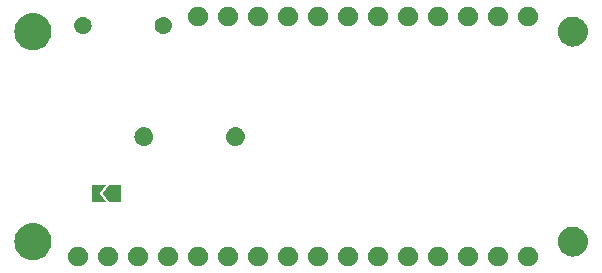
<source format=gbr>
%TF.GenerationSoftware,KiCad,Pcbnew,7.0.8*%
%TF.CreationDate,2023-11-01T10:58:51-04:00*%
%TF.ProjectId,destinationWeatherStation_v5,64657374-696e-4617-9469-6f6e57656174,01*%
%TF.SameCoordinates,Original*%
%TF.FileFunction,Soldermask,Bot*%
%TF.FilePolarity,Negative*%
%FSLAX46Y46*%
G04 Gerber Fmt 4.6, Leading zero omitted, Abs format (unit mm)*
G04 Created by KiCad (PCBNEW 7.0.8) date 2023-11-01 10:58:51*
%MOMM*%
%LPD*%
G01*
G04 APERTURE LIST*
G04 APERTURE END LIST*
G36*
X120912664Y-117301602D02*
G01*
X121075000Y-117373878D01*
X121218761Y-117478327D01*
X121337664Y-117610383D01*
X121426514Y-117764274D01*
X121481425Y-117933275D01*
X121500000Y-118110000D01*
X121481425Y-118286725D01*
X121426514Y-118455726D01*
X121337664Y-118609617D01*
X121218761Y-118741673D01*
X121075000Y-118846122D01*
X120912664Y-118918398D01*
X120738849Y-118955344D01*
X120561151Y-118955344D01*
X120387336Y-118918398D01*
X120225000Y-118846122D01*
X120081239Y-118741673D01*
X119962336Y-118609617D01*
X119873486Y-118455726D01*
X119818575Y-118286725D01*
X119800000Y-118110000D01*
X119818575Y-117933275D01*
X119873486Y-117764274D01*
X119962336Y-117610383D01*
X120081239Y-117478327D01*
X120225000Y-117373878D01*
X120387336Y-117301602D01*
X120561151Y-117264656D01*
X120738849Y-117264656D01*
X120912664Y-117301602D01*
G37*
G36*
X123452664Y-117301602D02*
G01*
X123615000Y-117373878D01*
X123758761Y-117478327D01*
X123877664Y-117610383D01*
X123966514Y-117764274D01*
X124021425Y-117933275D01*
X124040000Y-118110000D01*
X124021425Y-118286725D01*
X123966514Y-118455726D01*
X123877664Y-118609617D01*
X123758761Y-118741673D01*
X123615000Y-118846122D01*
X123452664Y-118918398D01*
X123278849Y-118955344D01*
X123101151Y-118955344D01*
X122927336Y-118918398D01*
X122765000Y-118846122D01*
X122621239Y-118741673D01*
X122502336Y-118609617D01*
X122413486Y-118455726D01*
X122358575Y-118286725D01*
X122340000Y-118110000D01*
X122358575Y-117933275D01*
X122413486Y-117764274D01*
X122502336Y-117610383D01*
X122621239Y-117478327D01*
X122765000Y-117373878D01*
X122927336Y-117301602D01*
X123101151Y-117264656D01*
X123278849Y-117264656D01*
X123452664Y-117301602D01*
G37*
G36*
X125992664Y-117301602D02*
G01*
X126155000Y-117373878D01*
X126298761Y-117478327D01*
X126417664Y-117610383D01*
X126506514Y-117764274D01*
X126561425Y-117933275D01*
X126580000Y-118110000D01*
X126561425Y-118286725D01*
X126506514Y-118455726D01*
X126417664Y-118609617D01*
X126298761Y-118741673D01*
X126155000Y-118846122D01*
X125992664Y-118918398D01*
X125818849Y-118955344D01*
X125641151Y-118955344D01*
X125467336Y-118918398D01*
X125305000Y-118846122D01*
X125161239Y-118741673D01*
X125042336Y-118609617D01*
X124953486Y-118455726D01*
X124898575Y-118286725D01*
X124880000Y-118110000D01*
X124898575Y-117933275D01*
X124953486Y-117764274D01*
X125042336Y-117610383D01*
X125161239Y-117478327D01*
X125305000Y-117373878D01*
X125467336Y-117301602D01*
X125641151Y-117264656D01*
X125818849Y-117264656D01*
X125992664Y-117301602D01*
G37*
G36*
X128532664Y-117301602D02*
G01*
X128695000Y-117373878D01*
X128838761Y-117478327D01*
X128957664Y-117610383D01*
X129046514Y-117764274D01*
X129101425Y-117933275D01*
X129120000Y-118110000D01*
X129101425Y-118286725D01*
X129046514Y-118455726D01*
X128957664Y-118609617D01*
X128838761Y-118741673D01*
X128695000Y-118846122D01*
X128532664Y-118918398D01*
X128358849Y-118955344D01*
X128181151Y-118955344D01*
X128007336Y-118918398D01*
X127845000Y-118846122D01*
X127701239Y-118741673D01*
X127582336Y-118609617D01*
X127493486Y-118455726D01*
X127438575Y-118286725D01*
X127420000Y-118110000D01*
X127438575Y-117933275D01*
X127493486Y-117764274D01*
X127582336Y-117610383D01*
X127701239Y-117478327D01*
X127845000Y-117373878D01*
X128007336Y-117301602D01*
X128181151Y-117264656D01*
X128358849Y-117264656D01*
X128532664Y-117301602D01*
G37*
G36*
X131072664Y-117301602D02*
G01*
X131235000Y-117373878D01*
X131378761Y-117478327D01*
X131497664Y-117610383D01*
X131586514Y-117764274D01*
X131641425Y-117933275D01*
X131660000Y-118110000D01*
X131641425Y-118286725D01*
X131586514Y-118455726D01*
X131497664Y-118609617D01*
X131378761Y-118741673D01*
X131235000Y-118846122D01*
X131072664Y-118918398D01*
X130898849Y-118955344D01*
X130721151Y-118955344D01*
X130547336Y-118918398D01*
X130385000Y-118846122D01*
X130241239Y-118741673D01*
X130122336Y-118609617D01*
X130033486Y-118455726D01*
X129978575Y-118286725D01*
X129960000Y-118110000D01*
X129978575Y-117933275D01*
X130033486Y-117764274D01*
X130122336Y-117610383D01*
X130241239Y-117478327D01*
X130385000Y-117373878D01*
X130547336Y-117301602D01*
X130721151Y-117264656D01*
X130898849Y-117264656D01*
X131072664Y-117301602D01*
G37*
G36*
X133612664Y-117301602D02*
G01*
X133775000Y-117373878D01*
X133918761Y-117478327D01*
X134037664Y-117610383D01*
X134126514Y-117764274D01*
X134181425Y-117933275D01*
X134200000Y-118110000D01*
X134181425Y-118286725D01*
X134126514Y-118455726D01*
X134037664Y-118609617D01*
X133918761Y-118741673D01*
X133775000Y-118846122D01*
X133612664Y-118918398D01*
X133438849Y-118955344D01*
X133261151Y-118955344D01*
X133087336Y-118918398D01*
X132925000Y-118846122D01*
X132781239Y-118741673D01*
X132662336Y-118609617D01*
X132573486Y-118455726D01*
X132518575Y-118286725D01*
X132500000Y-118110000D01*
X132518575Y-117933275D01*
X132573486Y-117764274D01*
X132662336Y-117610383D01*
X132781239Y-117478327D01*
X132925000Y-117373878D01*
X133087336Y-117301602D01*
X133261151Y-117264656D01*
X133438849Y-117264656D01*
X133612664Y-117301602D01*
G37*
G36*
X136152664Y-117301602D02*
G01*
X136315000Y-117373878D01*
X136458761Y-117478327D01*
X136577664Y-117610383D01*
X136666514Y-117764274D01*
X136721425Y-117933275D01*
X136740000Y-118110000D01*
X136721425Y-118286725D01*
X136666514Y-118455726D01*
X136577664Y-118609617D01*
X136458761Y-118741673D01*
X136315000Y-118846122D01*
X136152664Y-118918398D01*
X135978849Y-118955344D01*
X135801151Y-118955344D01*
X135627336Y-118918398D01*
X135465000Y-118846122D01*
X135321239Y-118741673D01*
X135202336Y-118609617D01*
X135113486Y-118455726D01*
X135058575Y-118286725D01*
X135040000Y-118110000D01*
X135058575Y-117933275D01*
X135113486Y-117764274D01*
X135202336Y-117610383D01*
X135321239Y-117478327D01*
X135465000Y-117373878D01*
X135627336Y-117301602D01*
X135801151Y-117264656D01*
X135978849Y-117264656D01*
X136152664Y-117301602D01*
G37*
G36*
X138692664Y-117301602D02*
G01*
X138855000Y-117373878D01*
X138998761Y-117478327D01*
X139117664Y-117610383D01*
X139206514Y-117764274D01*
X139261425Y-117933275D01*
X139280000Y-118110000D01*
X139261425Y-118286725D01*
X139206514Y-118455726D01*
X139117664Y-118609617D01*
X138998761Y-118741673D01*
X138855000Y-118846122D01*
X138692664Y-118918398D01*
X138518849Y-118955344D01*
X138341151Y-118955344D01*
X138167336Y-118918398D01*
X138005000Y-118846122D01*
X137861239Y-118741673D01*
X137742336Y-118609617D01*
X137653486Y-118455726D01*
X137598575Y-118286725D01*
X137580000Y-118110000D01*
X137598575Y-117933275D01*
X137653486Y-117764274D01*
X137742336Y-117610383D01*
X137861239Y-117478327D01*
X138005000Y-117373878D01*
X138167336Y-117301602D01*
X138341151Y-117264656D01*
X138518849Y-117264656D01*
X138692664Y-117301602D01*
G37*
G36*
X141232664Y-117301602D02*
G01*
X141395000Y-117373878D01*
X141538761Y-117478327D01*
X141657664Y-117610383D01*
X141746514Y-117764274D01*
X141801425Y-117933275D01*
X141820000Y-118110000D01*
X141801425Y-118286725D01*
X141746514Y-118455726D01*
X141657664Y-118609617D01*
X141538761Y-118741673D01*
X141395000Y-118846122D01*
X141232664Y-118918398D01*
X141058849Y-118955344D01*
X140881151Y-118955344D01*
X140707336Y-118918398D01*
X140545000Y-118846122D01*
X140401239Y-118741673D01*
X140282336Y-118609617D01*
X140193486Y-118455726D01*
X140138575Y-118286725D01*
X140120000Y-118110000D01*
X140138575Y-117933275D01*
X140193486Y-117764274D01*
X140282336Y-117610383D01*
X140401239Y-117478327D01*
X140545000Y-117373878D01*
X140707336Y-117301602D01*
X140881151Y-117264656D01*
X141058849Y-117264656D01*
X141232664Y-117301602D01*
G37*
G36*
X143772664Y-117301602D02*
G01*
X143935000Y-117373878D01*
X144078761Y-117478327D01*
X144197664Y-117610383D01*
X144286514Y-117764274D01*
X144341425Y-117933275D01*
X144360000Y-118110000D01*
X144341425Y-118286725D01*
X144286514Y-118455726D01*
X144197664Y-118609617D01*
X144078761Y-118741673D01*
X143935000Y-118846122D01*
X143772664Y-118918398D01*
X143598849Y-118955344D01*
X143421151Y-118955344D01*
X143247336Y-118918398D01*
X143085000Y-118846122D01*
X142941239Y-118741673D01*
X142822336Y-118609617D01*
X142733486Y-118455726D01*
X142678575Y-118286725D01*
X142660000Y-118110000D01*
X142678575Y-117933275D01*
X142733486Y-117764274D01*
X142822336Y-117610383D01*
X142941239Y-117478327D01*
X143085000Y-117373878D01*
X143247336Y-117301602D01*
X143421151Y-117264656D01*
X143598849Y-117264656D01*
X143772664Y-117301602D01*
G37*
G36*
X146312664Y-117301602D02*
G01*
X146475000Y-117373878D01*
X146618761Y-117478327D01*
X146737664Y-117610383D01*
X146826514Y-117764274D01*
X146881425Y-117933275D01*
X146900000Y-118110000D01*
X146881425Y-118286725D01*
X146826514Y-118455726D01*
X146737664Y-118609617D01*
X146618761Y-118741673D01*
X146475000Y-118846122D01*
X146312664Y-118918398D01*
X146138849Y-118955344D01*
X145961151Y-118955344D01*
X145787336Y-118918398D01*
X145625000Y-118846122D01*
X145481239Y-118741673D01*
X145362336Y-118609617D01*
X145273486Y-118455726D01*
X145218575Y-118286725D01*
X145200000Y-118110000D01*
X145218575Y-117933275D01*
X145273486Y-117764274D01*
X145362336Y-117610383D01*
X145481239Y-117478327D01*
X145625000Y-117373878D01*
X145787336Y-117301602D01*
X145961151Y-117264656D01*
X146138849Y-117264656D01*
X146312664Y-117301602D01*
G37*
G36*
X148852664Y-117301602D02*
G01*
X149015000Y-117373878D01*
X149158761Y-117478327D01*
X149277664Y-117610383D01*
X149366514Y-117764274D01*
X149421425Y-117933275D01*
X149440000Y-118110000D01*
X149421425Y-118286725D01*
X149366514Y-118455726D01*
X149277664Y-118609617D01*
X149158761Y-118741673D01*
X149015000Y-118846122D01*
X148852664Y-118918398D01*
X148678849Y-118955344D01*
X148501151Y-118955344D01*
X148327336Y-118918398D01*
X148165000Y-118846122D01*
X148021239Y-118741673D01*
X147902336Y-118609617D01*
X147813486Y-118455726D01*
X147758575Y-118286725D01*
X147740000Y-118110000D01*
X147758575Y-117933275D01*
X147813486Y-117764274D01*
X147902336Y-117610383D01*
X148021239Y-117478327D01*
X148165000Y-117373878D01*
X148327336Y-117301602D01*
X148501151Y-117264656D01*
X148678849Y-117264656D01*
X148852664Y-117301602D01*
G37*
G36*
X151392664Y-117301602D02*
G01*
X151555000Y-117373878D01*
X151698761Y-117478327D01*
X151817664Y-117610383D01*
X151906514Y-117764274D01*
X151961425Y-117933275D01*
X151980000Y-118110000D01*
X151961425Y-118286725D01*
X151906514Y-118455726D01*
X151817664Y-118609617D01*
X151698761Y-118741673D01*
X151555000Y-118846122D01*
X151392664Y-118918398D01*
X151218849Y-118955344D01*
X151041151Y-118955344D01*
X150867336Y-118918398D01*
X150705000Y-118846122D01*
X150561239Y-118741673D01*
X150442336Y-118609617D01*
X150353486Y-118455726D01*
X150298575Y-118286725D01*
X150280000Y-118110000D01*
X150298575Y-117933275D01*
X150353486Y-117764274D01*
X150442336Y-117610383D01*
X150561239Y-117478327D01*
X150705000Y-117373878D01*
X150867336Y-117301602D01*
X151041151Y-117264656D01*
X151218849Y-117264656D01*
X151392664Y-117301602D01*
G37*
G36*
X153932664Y-117301602D02*
G01*
X154095000Y-117373878D01*
X154238761Y-117478327D01*
X154357664Y-117610383D01*
X154446514Y-117764274D01*
X154501425Y-117933275D01*
X154520000Y-118110000D01*
X154501425Y-118286725D01*
X154446514Y-118455726D01*
X154357664Y-118609617D01*
X154238761Y-118741673D01*
X154095000Y-118846122D01*
X153932664Y-118918398D01*
X153758849Y-118955344D01*
X153581151Y-118955344D01*
X153407336Y-118918398D01*
X153245000Y-118846122D01*
X153101239Y-118741673D01*
X152982336Y-118609617D01*
X152893486Y-118455726D01*
X152838575Y-118286725D01*
X152820000Y-118110000D01*
X152838575Y-117933275D01*
X152893486Y-117764274D01*
X152982336Y-117610383D01*
X153101239Y-117478327D01*
X153245000Y-117373878D01*
X153407336Y-117301602D01*
X153581151Y-117264656D01*
X153758849Y-117264656D01*
X153932664Y-117301602D01*
G37*
G36*
X156472664Y-117301602D02*
G01*
X156635000Y-117373878D01*
X156778761Y-117478327D01*
X156897664Y-117610383D01*
X156986514Y-117764274D01*
X157041425Y-117933275D01*
X157060000Y-118110000D01*
X157041425Y-118286725D01*
X156986514Y-118455726D01*
X156897664Y-118609617D01*
X156778761Y-118741673D01*
X156635000Y-118846122D01*
X156472664Y-118918398D01*
X156298849Y-118955344D01*
X156121151Y-118955344D01*
X155947336Y-118918398D01*
X155785000Y-118846122D01*
X155641239Y-118741673D01*
X155522336Y-118609617D01*
X155433486Y-118455726D01*
X155378575Y-118286725D01*
X155360000Y-118110000D01*
X155378575Y-117933275D01*
X155433486Y-117764274D01*
X155522336Y-117610383D01*
X155641239Y-117478327D01*
X155785000Y-117373878D01*
X155947336Y-117301602D01*
X156121151Y-117264656D01*
X156298849Y-117264656D01*
X156472664Y-117301602D01*
G37*
G36*
X159012664Y-117301602D02*
G01*
X159175000Y-117373878D01*
X159318761Y-117478327D01*
X159437664Y-117610383D01*
X159526514Y-117764274D01*
X159581425Y-117933275D01*
X159600000Y-118110000D01*
X159581425Y-118286725D01*
X159526514Y-118455726D01*
X159437664Y-118609617D01*
X159318761Y-118741673D01*
X159175000Y-118846122D01*
X159012664Y-118918398D01*
X158838849Y-118955344D01*
X158661151Y-118955344D01*
X158487336Y-118918398D01*
X158325000Y-118846122D01*
X158181239Y-118741673D01*
X158062336Y-118609617D01*
X157973486Y-118455726D01*
X157918575Y-118286725D01*
X157900000Y-118110000D01*
X157918575Y-117933275D01*
X157973486Y-117764274D01*
X158062336Y-117610383D01*
X158181239Y-117478327D01*
X158325000Y-117373878D01*
X158487336Y-117301602D01*
X158661151Y-117264656D01*
X158838849Y-117264656D01*
X159012664Y-117301602D01*
G37*
G36*
X117085602Y-115289329D02*
G01*
X117325157Y-115346841D01*
X117552765Y-115441120D01*
X117762823Y-115569843D01*
X117950158Y-115729842D01*
X118110157Y-115917177D01*
X118238880Y-116127235D01*
X118333159Y-116354843D01*
X118390671Y-116594398D01*
X118410000Y-116840000D01*
X118390671Y-117085602D01*
X118333159Y-117325157D01*
X118238880Y-117552765D01*
X118110157Y-117762823D01*
X117950158Y-117950158D01*
X117762823Y-118110157D01*
X117552765Y-118238880D01*
X117325157Y-118333159D01*
X117085602Y-118390671D01*
X116840000Y-118410000D01*
X116594398Y-118390671D01*
X116354843Y-118333159D01*
X116127235Y-118238880D01*
X115917177Y-118110157D01*
X115729842Y-117950158D01*
X115569843Y-117762823D01*
X115441120Y-117552765D01*
X115346841Y-117325157D01*
X115289329Y-117085602D01*
X115270000Y-116840000D01*
X115289329Y-116594398D01*
X115346841Y-116354843D01*
X115441120Y-116127235D01*
X115569843Y-115917177D01*
X115729842Y-115729842D01*
X115917177Y-115569843D01*
X116127235Y-115441120D01*
X116354843Y-115346841D01*
X116594398Y-115289329D01*
X116840000Y-115270000D01*
X117085602Y-115289329D01*
G37*
G36*
X162780533Y-115589294D02*
G01*
X162994366Y-115646590D01*
X163195000Y-115740148D01*
X163376340Y-115867124D01*
X163532876Y-116023660D01*
X163659852Y-116205000D01*
X163753410Y-116405634D01*
X163810706Y-116619467D01*
X163830000Y-116840000D01*
X163810706Y-117060533D01*
X163753410Y-117274366D01*
X163659852Y-117475000D01*
X163532876Y-117656340D01*
X163376340Y-117812876D01*
X163195000Y-117939852D01*
X162994366Y-118033410D01*
X162780533Y-118090706D01*
X162560000Y-118110000D01*
X162339467Y-118090706D01*
X162125634Y-118033410D01*
X161925000Y-117939852D01*
X161743660Y-117812876D01*
X161587124Y-117656340D01*
X161460148Y-117475000D01*
X161366590Y-117274366D01*
X161309294Y-117060533D01*
X161290000Y-116840000D01*
X161309294Y-116619467D01*
X161366590Y-116405634D01*
X161460148Y-116205000D01*
X161587124Y-116023660D01*
X161743660Y-115867124D01*
X161925000Y-115740148D01*
X162125634Y-115646590D01*
X162339467Y-115589294D01*
X162560000Y-115570000D01*
X162780533Y-115589294D01*
G37*
G36*
X122498253Y-112760620D02*
G01*
X122498253Y-112791379D01*
X122988000Y-113526000D01*
X122985443Y-113526000D01*
X121843004Y-113526000D01*
X121838000Y-113526000D01*
X121838000Y-112026000D01*
X122988000Y-112026000D01*
X122498253Y-112760620D01*
G37*
G36*
X124288000Y-113526000D02*
G01*
X124282996Y-113526000D01*
X123293004Y-113526000D01*
X123288000Y-113526000D01*
X123286589Y-113523883D01*
X123286588Y-113523883D01*
X122790775Y-112780162D01*
X122788000Y-112776000D01*
X122790757Y-112771863D01*
X122790759Y-112771860D01*
X123285223Y-112030165D01*
X123285224Y-112030163D01*
X123288000Y-112026000D01*
X124288000Y-112026000D01*
X124288000Y-113526000D01*
G37*
G36*
X126276367Y-107154661D02*
G01*
X126318593Y-107154661D01*
X126366228Y-107164786D01*
X126413017Y-107170058D01*
X126447039Y-107181962D01*
X126482127Y-107189421D01*
X126532695Y-107211935D01*
X126582107Y-107229225D01*
X126607823Y-107245383D01*
X126634860Y-107257421D01*
X126685275Y-107294050D01*
X126733792Y-107324535D01*
X126751214Y-107341957D01*
X126770117Y-107355691D01*
X126816844Y-107407587D01*
X126860465Y-107451208D01*
X126870499Y-107467177D01*
X126881986Y-107479935D01*
X126921285Y-107548003D01*
X126955775Y-107602893D01*
X126960080Y-107615197D01*
X126965580Y-107624723D01*
X126993740Y-107711392D01*
X127014942Y-107771983D01*
X127015746Y-107779118D01*
X127017244Y-107783729D01*
X127030820Y-107912904D01*
X127035000Y-107950000D01*
X127030819Y-107987098D01*
X127017244Y-108116270D01*
X127015746Y-108120879D01*
X127014942Y-108128017D01*
X126993736Y-108188620D01*
X126965580Y-108275276D01*
X126960081Y-108284799D01*
X126955775Y-108297107D01*
X126921278Y-108352007D01*
X126881986Y-108420064D01*
X126870501Y-108432818D01*
X126860465Y-108448792D01*
X126816835Y-108492421D01*
X126770117Y-108544308D01*
X126751218Y-108558038D01*
X126733792Y-108575465D01*
X126685265Y-108605956D01*
X126634860Y-108642578D01*
X126607829Y-108654612D01*
X126582107Y-108670775D01*
X126532685Y-108688068D01*
X126482127Y-108710578D01*
X126447045Y-108718035D01*
X126413017Y-108729942D01*
X126366225Y-108735214D01*
X126318593Y-108745339D01*
X126276367Y-108745339D01*
X126235000Y-108750000D01*
X126193633Y-108745339D01*
X126151407Y-108745339D01*
X126103774Y-108735214D01*
X126056983Y-108729942D01*
X126022955Y-108718035D01*
X125987872Y-108710578D01*
X125937309Y-108688066D01*
X125887893Y-108670775D01*
X125862173Y-108654614D01*
X125835139Y-108642578D01*
X125784726Y-108605951D01*
X125736208Y-108575465D01*
X125718784Y-108558041D01*
X125699882Y-108544308D01*
X125653154Y-108492411D01*
X125609535Y-108448792D01*
X125599500Y-108432822D01*
X125588013Y-108420064D01*
X125548709Y-108351987D01*
X125514225Y-108297107D01*
X125509919Y-108284803D01*
X125504419Y-108275276D01*
X125476249Y-108188580D01*
X125455058Y-108128017D01*
X125454254Y-108120884D01*
X125452755Y-108116270D01*
X125439165Y-107986966D01*
X125435000Y-107950000D01*
X125439164Y-107913036D01*
X125452755Y-107783729D01*
X125454254Y-107779113D01*
X125455058Y-107771983D01*
X125476245Y-107711432D01*
X125504419Y-107624723D01*
X125509920Y-107615193D01*
X125514225Y-107602893D01*
X125548701Y-107548023D01*
X125588013Y-107479935D01*
X125599502Y-107467174D01*
X125609535Y-107451208D01*
X125653145Y-107407597D01*
X125699882Y-107355691D01*
X125718787Y-107341955D01*
X125736208Y-107324535D01*
X125784721Y-107294052D01*
X125835140Y-107257421D01*
X125862176Y-107245383D01*
X125887893Y-107229225D01*
X125937301Y-107211936D01*
X125987872Y-107189421D01*
X126022961Y-107181962D01*
X126056983Y-107170058D01*
X126103771Y-107164786D01*
X126151407Y-107154661D01*
X126193633Y-107154661D01*
X126235000Y-107150000D01*
X126276367Y-107154661D01*
G37*
G36*
X134026367Y-107154661D02*
G01*
X134068593Y-107154661D01*
X134116228Y-107164786D01*
X134163017Y-107170058D01*
X134197039Y-107181962D01*
X134232127Y-107189421D01*
X134282695Y-107211935D01*
X134332107Y-107229225D01*
X134357823Y-107245383D01*
X134384860Y-107257421D01*
X134435275Y-107294050D01*
X134483792Y-107324535D01*
X134501214Y-107341957D01*
X134520117Y-107355691D01*
X134566844Y-107407587D01*
X134610465Y-107451208D01*
X134620499Y-107467177D01*
X134631986Y-107479935D01*
X134671285Y-107548003D01*
X134705775Y-107602893D01*
X134710080Y-107615197D01*
X134715580Y-107624723D01*
X134743740Y-107711392D01*
X134764942Y-107771983D01*
X134765746Y-107779118D01*
X134767244Y-107783729D01*
X134780820Y-107912904D01*
X134785000Y-107950000D01*
X134780819Y-107987098D01*
X134767244Y-108116270D01*
X134765746Y-108120879D01*
X134764942Y-108128017D01*
X134743736Y-108188620D01*
X134715580Y-108275276D01*
X134710081Y-108284799D01*
X134705775Y-108297107D01*
X134671278Y-108352007D01*
X134631986Y-108420064D01*
X134620501Y-108432818D01*
X134610465Y-108448792D01*
X134566835Y-108492421D01*
X134520117Y-108544308D01*
X134501218Y-108558038D01*
X134483792Y-108575465D01*
X134435265Y-108605956D01*
X134384860Y-108642578D01*
X134357829Y-108654612D01*
X134332107Y-108670775D01*
X134282685Y-108688068D01*
X134232127Y-108710578D01*
X134197045Y-108718035D01*
X134163017Y-108729942D01*
X134116225Y-108735214D01*
X134068593Y-108745339D01*
X134026367Y-108745339D01*
X133985000Y-108750000D01*
X133943633Y-108745339D01*
X133901407Y-108745339D01*
X133853774Y-108735214D01*
X133806983Y-108729942D01*
X133772955Y-108718035D01*
X133737872Y-108710578D01*
X133687309Y-108688066D01*
X133637893Y-108670775D01*
X133612173Y-108654614D01*
X133585139Y-108642578D01*
X133534726Y-108605951D01*
X133486208Y-108575465D01*
X133468784Y-108558041D01*
X133449882Y-108544308D01*
X133403154Y-108492411D01*
X133359535Y-108448792D01*
X133349500Y-108432822D01*
X133338013Y-108420064D01*
X133298709Y-108351987D01*
X133264225Y-108297107D01*
X133259919Y-108284803D01*
X133254419Y-108275276D01*
X133226249Y-108188580D01*
X133205058Y-108128017D01*
X133204254Y-108120884D01*
X133202755Y-108116270D01*
X133189165Y-107986966D01*
X133185000Y-107950000D01*
X133189164Y-107913036D01*
X133202755Y-107783729D01*
X133204254Y-107779113D01*
X133205058Y-107771983D01*
X133226245Y-107711432D01*
X133254419Y-107624723D01*
X133259920Y-107615193D01*
X133264225Y-107602893D01*
X133298701Y-107548023D01*
X133338013Y-107479935D01*
X133349502Y-107467174D01*
X133359535Y-107451208D01*
X133403145Y-107407597D01*
X133449882Y-107355691D01*
X133468787Y-107341955D01*
X133486208Y-107324535D01*
X133534721Y-107294052D01*
X133585140Y-107257421D01*
X133612176Y-107245383D01*
X133637893Y-107229225D01*
X133687301Y-107211936D01*
X133737872Y-107189421D01*
X133772961Y-107181962D01*
X133806983Y-107170058D01*
X133853771Y-107164786D01*
X133901407Y-107154661D01*
X133943633Y-107154661D01*
X133985000Y-107150000D01*
X134026367Y-107154661D01*
G37*
G36*
X117085602Y-97509329D02*
G01*
X117325157Y-97566841D01*
X117552765Y-97661120D01*
X117762823Y-97789843D01*
X117950158Y-97949842D01*
X118110157Y-98137177D01*
X118238880Y-98347235D01*
X118333159Y-98574843D01*
X118390671Y-98814398D01*
X118410000Y-99060000D01*
X118390671Y-99305602D01*
X118333159Y-99545157D01*
X118238880Y-99772765D01*
X118110157Y-99982823D01*
X117950158Y-100170158D01*
X117762823Y-100330157D01*
X117552765Y-100458880D01*
X117325157Y-100553159D01*
X117085602Y-100610671D01*
X116840000Y-100630000D01*
X116594398Y-100610671D01*
X116354843Y-100553159D01*
X116127235Y-100458880D01*
X115917177Y-100330157D01*
X115729842Y-100170158D01*
X115569843Y-99982823D01*
X115441120Y-99772765D01*
X115346841Y-99545157D01*
X115289329Y-99305602D01*
X115270000Y-99060000D01*
X115289329Y-98814398D01*
X115346841Y-98574843D01*
X115441120Y-98347235D01*
X115569843Y-98137177D01*
X115729842Y-97949842D01*
X115917177Y-97789843D01*
X116127235Y-97661120D01*
X116354843Y-97566841D01*
X116594398Y-97509329D01*
X116840000Y-97490000D01*
X117085602Y-97509329D01*
G37*
G36*
X162780533Y-97809294D02*
G01*
X162994366Y-97866590D01*
X163195000Y-97960148D01*
X163376340Y-98087124D01*
X163532876Y-98243660D01*
X163659852Y-98425000D01*
X163753410Y-98625634D01*
X163810706Y-98839467D01*
X163830000Y-99060000D01*
X163810706Y-99280533D01*
X163753410Y-99494366D01*
X163659852Y-99695000D01*
X163532876Y-99876340D01*
X163376340Y-100032876D01*
X163195000Y-100159852D01*
X162994366Y-100253410D01*
X162780533Y-100310706D01*
X162560000Y-100330000D01*
X162339467Y-100310706D01*
X162125634Y-100253410D01*
X161925000Y-100159852D01*
X161743660Y-100032876D01*
X161587124Y-99876340D01*
X161460148Y-99695000D01*
X161366590Y-99494366D01*
X161309294Y-99280533D01*
X161290000Y-99060000D01*
X161309294Y-98839467D01*
X161366590Y-98625634D01*
X161460148Y-98425000D01*
X161587124Y-98243660D01*
X161743660Y-98087124D01*
X161925000Y-97960148D01*
X162125634Y-97866590D01*
X162339467Y-97809294D01*
X162560000Y-97790000D01*
X162780533Y-97809294D01*
G37*
G36*
X121226891Y-97820804D02*
G01*
X121385413Y-97876273D01*
X121527617Y-97965626D01*
X121646374Y-98084383D01*
X121735727Y-98226587D01*
X121791196Y-98385109D01*
X121810000Y-98552000D01*
X121791196Y-98718891D01*
X121735727Y-98877413D01*
X121646374Y-99019617D01*
X121527617Y-99138374D01*
X121385413Y-99227727D01*
X121226891Y-99283196D01*
X121060000Y-99302000D01*
X120893109Y-99283196D01*
X120734587Y-99227727D01*
X120592383Y-99138374D01*
X120473626Y-99019617D01*
X120384273Y-98877413D01*
X120328804Y-98718891D01*
X120310000Y-98552000D01*
X120328804Y-98385109D01*
X120384273Y-98226587D01*
X120473626Y-98084383D01*
X120592383Y-97965626D01*
X120734587Y-97876273D01*
X120893109Y-97820804D01*
X121060000Y-97802000D01*
X121226891Y-97820804D01*
G37*
G36*
X128056891Y-97820804D02*
G01*
X128215413Y-97876273D01*
X128357617Y-97965626D01*
X128476374Y-98084383D01*
X128565727Y-98226587D01*
X128621196Y-98385109D01*
X128640000Y-98552000D01*
X128621196Y-98718891D01*
X128565727Y-98877413D01*
X128476374Y-99019617D01*
X128357617Y-99138374D01*
X128215413Y-99227727D01*
X128056891Y-99283196D01*
X127890000Y-99302000D01*
X127723109Y-99283196D01*
X127564587Y-99227727D01*
X127422383Y-99138374D01*
X127303626Y-99019617D01*
X127214273Y-98877413D01*
X127158804Y-98718891D01*
X127140000Y-98552000D01*
X127158804Y-98385109D01*
X127214273Y-98226587D01*
X127303626Y-98084383D01*
X127422383Y-97965626D01*
X127564587Y-97876273D01*
X127723109Y-97820804D01*
X127890000Y-97802000D01*
X128056891Y-97820804D01*
G37*
G36*
X131072664Y-96981602D02*
G01*
X131235000Y-97053878D01*
X131378761Y-97158327D01*
X131497664Y-97290383D01*
X131586514Y-97444274D01*
X131641425Y-97613275D01*
X131660000Y-97790000D01*
X131641425Y-97966725D01*
X131586514Y-98135726D01*
X131497664Y-98289617D01*
X131378761Y-98421673D01*
X131235000Y-98526122D01*
X131072664Y-98598398D01*
X130898849Y-98635344D01*
X130721151Y-98635344D01*
X130547336Y-98598398D01*
X130385000Y-98526122D01*
X130241239Y-98421673D01*
X130122336Y-98289617D01*
X130033486Y-98135726D01*
X129978575Y-97966725D01*
X129960000Y-97790000D01*
X129978575Y-97613275D01*
X130033486Y-97444274D01*
X130122336Y-97290383D01*
X130241239Y-97158327D01*
X130385000Y-97053878D01*
X130547336Y-96981602D01*
X130721151Y-96944656D01*
X130898849Y-96944656D01*
X131072664Y-96981602D01*
G37*
G36*
X133612664Y-96981602D02*
G01*
X133775000Y-97053878D01*
X133918761Y-97158327D01*
X134037664Y-97290383D01*
X134126514Y-97444274D01*
X134181425Y-97613275D01*
X134200000Y-97790000D01*
X134181425Y-97966725D01*
X134126514Y-98135726D01*
X134037664Y-98289617D01*
X133918761Y-98421673D01*
X133775000Y-98526122D01*
X133612664Y-98598398D01*
X133438849Y-98635344D01*
X133261151Y-98635344D01*
X133087336Y-98598398D01*
X132925000Y-98526122D01*
X132781239Y-98421673D01*
X132662336Y-98289617D01*
X132573486Y-98135726D01*
X132518575Y-97966725D01*
X132500000Y-97790000D01*
X132518575Y-97613275D01*
X132573486Y-97444274D01*
X132662336Y-97290383D01*
X132781239Y-97158327D01*
X132925000Y-97053878D01*
X133087336Y-96981602D01*
X133261151Y-96944656D01*
X133438849Y-96944656D01*
X133612664Y-96981602D01*
G37*
G36*
X136152664Y-96981602D02*
G01*
X136315000Y-97053878D01*
X136458761Y-97158327D01*
X136577664Y-97290383D01*
X136666514Y-97444274D01*
X136721425Y-97613275D01*
X136740000Y-97790000D01*
X136721425Y-97966725D01*
X136666514Y-98135726D01*
X136577664Y-98289617D01*
X136458761Y-98421673D01*
X136315000Y-98526122D01*
X136152664Y-98598398D01*
X135978849Y-98635344D01*
X135801151Y-98635344D01*
X135627336Y-98598398D01*
X135465000Y-98526122D01*
X135321239Y-98421673D01*
X135202336Y-98289617D01*
X135113486Y-98135726D01*
X135058575Y-97966725D01*
X135040000Y-97790000D01*
X135058575Y-97613275D01*
X135113486Y-97444274D01*
X135202336Y-97290383D01*
X135321239Y-97158327D01*
X135465000Y-97053878D01*
X135627336Y-96981602D01*
X135801151Y-96944656D01*
X135978849Y-96944656D01*
X136152664Y-96981602D01*
G37*
G36*
X138692664Y-96981602D02*
G01*
X138855000Y-97053878D01*
X138998761Y-97158327D01*
X139117664Y-97290383D01*
X139206514Y-97444274D01*
X139261425Y-97613275D01*
X139280000Y-97790000D01*
X139261425Y-97966725D01*
X139206514Y-98135726D01*
X139117664Y-98289617D01*
X138998761Y-98421673D01*
X138855000Y-98526122D01*
X138692664Y-98598398D01*
X138518849Y-98635344D01*
X138341151Y-98635344D01*
X138167336Y-98598398D01*
X138005000Y-98526122D01*
X137861239Y-98421673D01*
X137742336Y-98289617D01*
X137653486Y-98135726D01*
X137598575Y-97966725D01*
X137580000Y-97790000D01*
X137598575Y-97613275D01*
X137653486Y-97444274D01*
X137742336Y-97290383D01*
X137861239Y-97158327D01*
X138005000Y-97053878D01*
X138167336Y-96981602D01*
X138341151Y-96944656D01*
X138518849Y-96944656D01*
X138692664Y-96981602D01*
G37*
G36*
X141232664Y-96981602D02*
G01*
X141395000Y-97053878D01*
X141538761Y-97158327D01*
X141657664Y-97290383D01*
X141746514Y-97444274D01*
X141801425Y-97613275D01*
X141820000Y-97790000D01*
X141801425Y-97966725D01*
X141746514Y-98135726D01*
X141657664Y-98289617D01*
X141538761Y-98421673D01*
X141395000Y-98526122D01*
X141232664Y-98598398D01*
X141058849Y-98635344D01*
X140881151Y-98635344D01*
X140707336Y-98598398D01*
X140545000Y-98526122D01*
X140401239Y-98421673D01*
X140282336Y-98289617D01*
X140193486Y-98135726D01*
X140138575Y-97966725D01*
X140120000Y-97790000D01*
X140138575Y-97613275D01*
X140193486Y-97444274D01*
X140282336Y-97290383D01*
X140401239Y-97158327D01*
X140545000Y-97053878D01*
X140707336Y-96981602D01*
X140881151Y-96944656D01*
X141058849Y-96944656D01*
X141232664Y-96981602D01*
G37*
G36*
X143772664Y-96981602D02*
G01*
X143935000Y-97053878D01*
X144078761Y-97158327D01*
X144197664Y-97290383D01*
X144286514Y-97444274D01*
X144341425Y-97613275D01*
X144360000Y-97790000D01*
X144341425Y-97966725D01*
X144286514Y-98135726D01*
X144197664Y-98289617D01*
X144078761Y-98421673D01*
X143935000Y-98526122D01*
X143772664Y-98598398D01*
X143598849Y-98635344D01*
X143421151Y-98635344D01*
X143247336Y-98598398D01*
X143085000Y-98526122D01*
X142941239Y-98421673D01*
X142822336Y-98289617D01*
X142733486Y-98135726D01*
X142678575Y-97966725D01*
X142660000Y-97790000D01*
X142678575Y-97613275D01*
X142733486Y-97444274D01*
X142822336Y-97290383D01*
X142941239Y-97158327D01*
X143085000Y-97053878D01*
X143247336Y-96981602D01*
X143421151Y-96944656D01*
X143598849Y-96944656D01*
X143772664Y-96981602D01*
G37*
G36*
X146312664Y-96981602D02*
G01*
X146475000Y-97053878D01*
X146618761Y-97158327D01*
X146737664Y-97290383D01*
X146826514Y-97444274D01*
X146881425Y-97613275D01*
X146900000Y-97790000D01*
X146881425Y-97966725D01*
X146826514Y-98135726D01*
X146737664Y-98289617D01*
X146618761Y-98421673D01*
X146475000Y-98526122D01*
X146312664Y-98598398D01*
X146138849Y-98635344D01*
X145961151Y-98635344D01*
X145787336Y-98598398D01*
X145625000Y-98526122D01*
X145481239Y-98421673D01*
X145362336Y-98289617D01*
X145273486Y-98135726D01*
X145218575Y-97966725D01*
X145200000Y-97790000D01*
X145218575Y-97613275D01*
X145273486Y-97444274D01*
X145362336Y-97290383D01*
X145481239Y-97158327D01*
X145625000Y-97053878D01*
X145787336Y-96981602D01*
X145961151Y-96944656D01*
X146138849Y-96944656D01*
X146312664Y-96981602D01*
G37*
G36*
X148852664Y-96981602D02*
G01*
X149015000Y-97053878D01*
X149158761Y-97158327D01*
X149277664Y-97290383D01*
X149366514Y-97444274D01*
X149421425Y-97613275D01*
X149440000Y-97790000D01*
X149421425Y-97966725D01*
X149366514Y-98135726D01*
X149277664Y-98289617D01*
X149158761Y-98421673D01*
X149015000Y-98526122D01*
X148852664Y-98598398D01*
X148678849Y-98635344D01*
X148501151Y-98635344D01*
X148327336Y-98598398D01*
X148165000Y-98526122D01*
X148021239Y-98421673D01*
X147902336Y-98289617D01*
X147813486Y-98135726D01*
X147758575Y-97966725D01*
X147740000Y-97790000D01*
X147758575Y-97613275D01*
X147813486Y-97444274D01*
X147902336Y-97290383D01*
X148021239Y-97158327D01*
X148165000Y-97053878D01*
X148327336Y-96981602D01*
X148501151Y-96944656D01*
X148678849Y-96944656D01*
X148852664Y-96981602D01*
G37*
G36*
X151392664Y-96981602D02*
G01*
X151555000Y-97053878D01*
X151698761Y-97158327D01*
X151817664Y-97290383D01*
X151906514Y-97444274D01*
X151961425Y-97613275D01*
X151980000Y-97790000D01*
X151961425Y-97966725D01*
X151906514Y-98135726D01*
X151817664Y-98289617D01*
X151698761Y-98421673D01*
X151555000Y-98526122D01*
X151392664Y-98598398D01*
X151218849Y-98635344D01*
X151041151Y-98635344D01*
X150867336Y-98598398D01*
X150705000Y-98526122D01*
X150561239Y-98421673D01*
X150442336Y-98289617D01*
X150353486Y-98135726D01*
X150298575Y-97966725D01*
X150280000Y-97790000D01*
X150298575Y-97613275D01*
X150353486Y-97444274D01*
X150442336Y-97290383D01*
X150561239Y-97158327D01*
X150705000Y-97053878D01*
X150867336Y-96981602D01*
X151041151Y-96944656D01*
X151218849Y-96944656D01*
X151392664Y-96981602D01*
G37*
G36*
X153932664Y-96981602D02*
G01*
X154095000Y-97053878D01*
X154238761Y-97158327D01*
X154357664Y-97290383D01*
X154446514Y-97444274D01*
X154501425Y-97613275D01*
X154520000Y-97790000D01*
X154501425Y-97966725D01*
X154446514Y-98135726D01*
X154357664Y-98289617D01*
X154238761Y-98421673D01*
X154095000Y-98526122D01*
X153932664Y-98598398D01*
X153758849Y-98635344D01*
X153581151Y-98635344D01*
X153407336Y-98598398D01*
X153245000Y-98526122D01*
X153101239Y-98421673D01*
X152982336Y-98289617D01*
X152893486Y-98135726D01*
X152838575Y-97966725D01*
X152820000Y-97790000D01*
X152838575Y-97613275D01*
X152893486Y-97444274D01*
X152982336Y-97290383D01*
X153101239Y-97158327D01*
X153245000Y-97053878D01*
X153407336Y-96981602D01*
X153581151Y-96944656D01*
X153758849Y-96944656D01*
X153932664Y-96981602D01*
G37*
G36*
X156472664Y-96981602D02*
G01*
X156635000Y-97053878D01*
X156778761Y-97158327D01*
X156897664Y-97290383D01*
X156986514Y-97444274D01*
X157041425Y-97613275D01*
X157060000Y-97790000D01*
X157041425Y-97966725D01*
X156986514Y-98135726D01*
X156897664Y-98289617D01*
X156778761Y-98421673D01*
X156635000Y-98526122D01*
X156472664Y-98598398D01*
X156298849Y-98635344D01*
X156121151Y-98635344D01*
X155947336Y-98598398D01*
X155785000Y-98526122D01*
X155641239Y-98421673D01*
X155522336Y-98289617D01*
X155433486Y-98135726D01*
X155378575Y-97966725D01*
X155360000Y-97790000D01*
X155378575Y-97613275D01*
X155433486Y-97444274D01*
X155522336Y-97290383D01*
X155641239Y-97158327D01*
X155785000Y-97053878D01*
X155947336Y-96981602D01*
X156121151Y-96944656D01*
X156298849Y-96944656D01*
X156472664Y-96981602D01*
G37*
G36*
X159012664Y-96981602D02*
G01*
X159175000Y-97053878D01*
X159318761Y-97158327D01*
X159437664Y-97290383D01*
X159526514Y-97444274D01*
X159581425Y-97613275D01*
X159600000Y-97790000D01*
X159581425Y-97966725D01*
X159526514Y-98135726D01*
X159437664Y-98289617D01*
X159318761Y-98421673D01*
X159175000Y-98526122D01*
X159012664Y-98598398D01*
X158838849Y-98635344D01*
X158661151Y-98635344D01*
X158487336Y-98598398D01*
X158325000Y-98526122D01*
X158181239Y-98421673D01*
X158062336Y-98289617D01*
X157973486Y-98135726D01*
X157918575Y-97966725D01*
X157900000Y-97790000D01*
X157918575Y-97613275D01*
X157973486Y-97444274D01*
X158062336Y-97290383D01*
X158181239Y-97158327D01*
X158325000Y-97053878D01*
X158487336Y-96981602D01*
X158661151Y-96944656D01*
X158838849Y-96944656D01*
X159012664Y-96981602D01*
G37*
M02*

</source>
